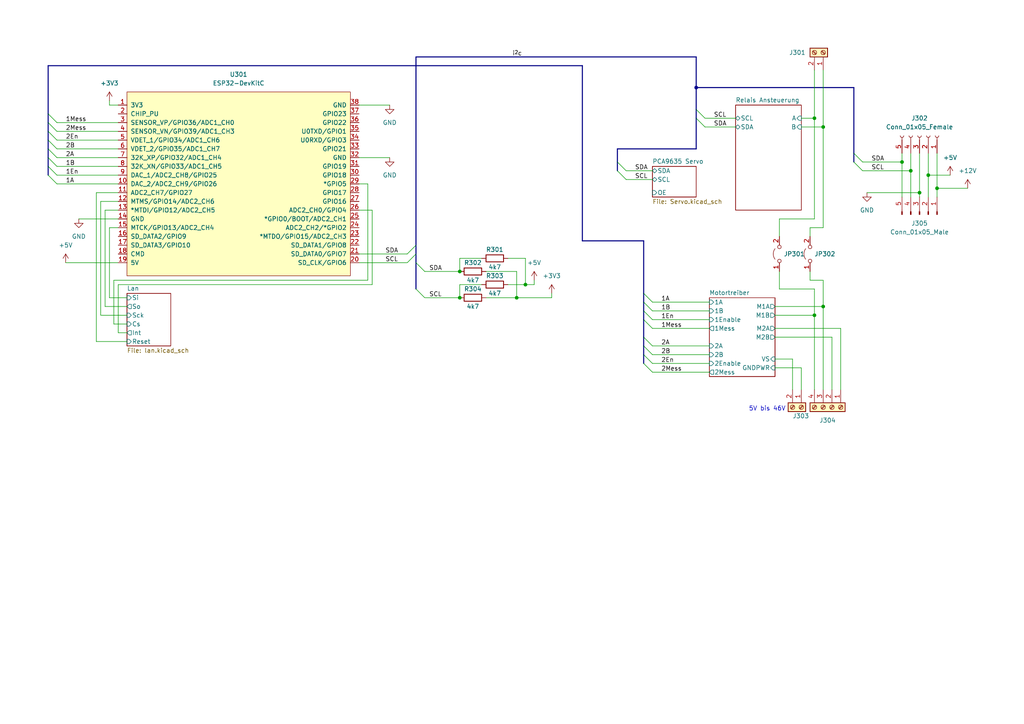
<source format=kicad_sch>
(kicad_sch (version 20211123) (generator eeschema)
  (paper "A4")
  (title_block (date "2022-03-14") (company "makerspace Bocholt"))
  (lib_symbols
    (symbol "Connector:Conn_01x05_Female" (pin_names (offset 1.016) hide)
      (property "Reference" "J" (at 0 7.62 0))
      (property "Value" "Conn_01x05_Female" (at 0 -7.62 0))
      (symbol "Conn_01x05_Female_1_1"
        (arc (start 0 -4.572) (mid -0.508 -5.08) (end 0 -5.588) (stroke (width 0.1524)))
        (arc (start 0 -2.032) (mid -0.508 -2.54) (end 0 -3.048) (stroke (width 0.1524)))
        (polyline (pts (xy -1.27 -5.08) (xy -0.508 -5.08)) (stroke (width 0.1524)))
        (polyline (pts (xy -1.27 -2.54) (xy -0.508 -2.54)) (stroke (width 0.1524)))
        (polyline (pts (xy -1.27 0) (xy -0.508 0)) (stroke (width 0.1524)))
        (polyline (pts (xy -1.27 2.54) (xy -0.508 2.54)) (stroke (width 0.1524)))
        (polyline (pts (xy -1.27 5.08) (xy -0.508 5.08)) (stroke (width 0.1524)))
        (arc (start 0 0.508) (mid -0.508 0) (end 0 -0.508) (stroke (width 0.1524)))
        (arc (start 0 3.048) (mid -0.508 2.54) (end 0 2.032) (stroke (width 0.1524)))
        (arc (start 0 5.588) (mid -0.508 5.08) (end 0 4.572) (stroke (width 0.1524)))
        (pin passive line (at -5.08 5.08 0) (length 3.81) (name "Pin_1") (number "1"))
        (pin passive line (at -5.08 2.54 0) (length 3.81) (name "Pin_2") (number "2"))
        (pin passive line (at -5.08 0 0) (length 3.81) (name "Pin_3") (number "3"))
        (pin passive line (at -5.08 -2.54 0) (length 3.81) (name "Pin_4") (number "4"))
        (pin passive line (at -5.08 -5.08 0) (length 3.81) (name "Pin_5") (number "5"))
      )
    )
    (symbol "Connector:Conn_01x05_Male" (pin_names (offset 1.016) hide)
      (property "Reference" "J" (at 0 7.62 0))
      (property "Value" "Conn_01x05_Male" (at 0 -7.62 0))
      (symbol "Conn_01x05_Male_1_1"
        (polyline (pts (xy 1.27 -5.08) (xy 0.8636 -5.08)) (stroke (width 0.1524)))
        (polyline (pts (xy 1.27 -2.54) (xy 0.8636 -2.54)) (stroke (width 0.1524)))
        (polyline (pts (xy 1.27 0) (xy 0.8636 0)) (stroke (width 0.1524)))
        (polyline (pts (xy 1.27 2.54) (xy 0.8636 2.54)) (stroke (width 0.1524)))
        (polyline (pts (xy 1.27 5.08) (xy 0.8636 5.08)) (stroke (width 0.1524)))
        (rectangle (start 0.8636 -4.953) (end 0 -5.207) (stroke (width 0.1524)) (fill (type outline)))
        (rectangle (start 0.8636 -2.413) (end 0 -2.667) (stroke (width 0.1524)) (fill (type outline)))
        (rectangle (start 0.8636 0.127) (end 0 -0.127) (stroke (width 0.1524)) (fill (type outline)))
        (rectangle (start 0.8636 2.667) (end 0 2.413) (stroke (width 0.1524)) (fill (type outline)))
        (rectangle (start 0.8636 5.207) (end 0 4.953) (stroke (width 0.1524)) (fill (type outline)))
        (pin passive line (at 5.08 5.08 180) (length 3.81) (name "Pin_1") (number "1"))
        (pin passive line (at 5.08 2.54 180) (length 3.81) (name "Pin_2") (number "2"))
        (pin passive line (at 5.08 0 180) (length 3.81) (name "Pin_3") (number "3"))
        (pin passive line (at 5.08 -2.54 180) (length 3.81) (name "Pin_4") (number "4"))
        (pin passive line (at 5.08 -5.08 180) (length 3.81) (name "Pin_5") (number "5"))
      )
    )
    (symbol "Connector:Screw_Terminal_01x02" (pin_names (offset 1.016) hide)
      (property "Reference" "J" (at 0 2.54 0))
      (property "Value" "Screw_Terminal_01x02" (at 0 -5.08 0))
      (symbol "Screw_Terminal_01x02_1_1"
        (rectangle (start -1.27 1.27) (end 1.27 -3.81) (stroke (width 0.254)) (fill (type background)))
        (circle (center 0 -2.54) (radius 0.635) (stroke (width 0.1524)))
        (polyline (pts (xy -0.5334 -2.2098) (xy 0.3302 -3.048)) (stroke (width 0.1524)))
        (polyline (pts (xy -0.5334 0.3302) (xy 0.3302 -0.508)) (stroke (width 0.1524)))
        (polyline (pts (xy -0.3556 -2.032) (xy 0.508 -2.8702)) (stroke (width 0.1524)))
        (polyline (pts (xy -0.3556 0.508) (xy 0.508 -0.3302)) (stroke (width 0.1524)))
        (circle (center 0 0) (radius 0.635) (stroke (width 0.1524)))
        (pin passive line (at -5.08 0 0) (length 3.81) (name "Pin_1") (number "1"))
        (pin passive line (at -5.08 -2.54 0) (length 3.81) (name "Pin_2") (number "2"))
      )
    )
    (symbol "Connector:Screw_Terminal_01x04" (pin_names (offset 1.016) hide)
      (property "Reference" "J" (at 0 5.08 0))
      (property "Value" "Screw_Terminal_01x04" (at 0 -7.62 0))
      (symbol "Screw_Terminal_01x04_1_1"
        (rectangle (start -1.27 3.81) (end 1.27 -6.35) (stroke (width 0.254)) (fill (type background)))
        (circle (center 0 -5.08) (radius 0.635) (stroke (width 0.1524)))
        (circle (center 0 -2.54) (radius 0.635) (stroke (width 0.1524)))
        (polyline (pts (xy -0.5334 -4.7498) (xy 0.3302 -5.588)) (stroke (width 0.1524)))
        (polyline (pts (xy -0.5334 -2.2098) (xy 0.3302 -3.048)) (stroke (width 0.1524)))
        (polyline (pts (xy -0.5334 0.3302) (xy 0.3302 -0.508)) (stroke (width 0.1524)))
        (polyline (pts (xy -0.5334 2.8702) (xy 0.3302 2.032)) (stroke (width 0.1524)))
        (polyline (pts (xy -0.3556 -4.572) (xy 0.508 -5.4102)) (stroke (width 0.1524)))
        (polyline (pts (xy -0.3556 -2.032) (xy 0.508 -2.8702)) (stroke (width 0.1524)))
        (polyline (pts (xy -0.3556 0.508) (xy 0.508 -0.3302)) (stroke (width 0.1524)))
        (polyline (pts (xy -0.3556 3.048) (xy 0.508 2.2098)) (stroke (width 0.1524)))
        (circle (center 0 0) (radius 0.635) (stroke (width 0.1524)))
        (circle (center 0 2.54) (radius 0.635) (stroke (width 0.1524)))
        (pin passive line (at -5.08 2.54 0) (length 3.81) (name "Pin_1") (number "1"))
        (pin passive line (at -5.08 0 0) (length 3.81) (name "Pin_2") (number "2"))
        (pin passive line (at -5.08 -2.54 0) (length 3.81) (name "Pin_3") (number "3"))
        (pin passive line (at -5.08 -5.08 0) (length 3.81) (name "Pin_4") (number "4"))
      )
    )
    (symbol "Device:R" (pin_numbers hide) (pin_names (offset 0))
      (property "Reference" "R" (at 2.032 0 90))
      (property "Value" "R" (at 0 0 90))
      (symbol "R_0_1"
        (rectangle (start -1.016 -2.54) (end 1.016 2.54) (stroke (width 0.254)))
      )
      (symbol "R_1_1"
        (pin passive line (at 0 3.81 270) (length 1.27) (name "~") (number "1"))
        (pin passive line (at 0 -3.81 90) (length 1.27) (name "~") (number "2"))
      )
    )
    (symbol "Espressif:ESP32-DevKitC" (pin_names (offset 1.016))
      (property "Reference" "U" (at -8.89 26.67 0))
      (property "Value" "ESP32-DevKitC" (at 0 -29.21 0))
      (symbol "ESP32-DevKitC_0_0"
        (pin power_in line (at -33.02 -11.43 0) (length 2.54) (name "GND") (number "14"))
        (pin power_in line (at -33.02 -24.13 0) (length 2.54) (name "5V") (number "19"))
      )
      (symbol "ESP32-DevKitC_0_1"
        (rectangle (start -30.48 25.4) (end 34.29 -27.94) (fill (type background)))
      )
      (symbol "ESP32-DevKitC_1_1"
        (pin power_in line (at -33.02 21.59 0) (length 2.54) (name "3V3") (number "1"))
        (pin bidirectional line (at -33.02 -1.27 0) (length 2.54) (name "DAC_2/ADC2_CH9/GPIO26") (number "10"))
        (pin bidirectional line (at -33.02 -3.81 0) (length 2.54) (name "ADC2_CH7/GPIO27") (number "11"))
        (pin bidirectional line (at -33.02 -6.35 0) (length 2.54) (name "MTMS/GPIO14/ADC2_CH6") (number "12"))
        (pin bidirectional line (at -33.02 -8.89 0) (length 2.54) (name "*MTDI/GPIO12/ADC2_CH5") (number "13"))
        (pin bidirectional line (at -33.02 -13.97 0) (length 2.54) (name "MTCK/GPIO13/ADC2_CH4") (number "15"))
        (pin bidirectional line (at -33.02 -16.51 0) (length 2.54) (name "SD_DATA2/GPIO9") (number "16"))
        (pin bidirectional line (at -33.02 -19.05 0) (length 2.54) (name "SD_DATA3/GPIO10") (number "17"))
        (pin bidirectional line (at -33.02 -21.59 0) (length 2.54) (name "CMD") (number "18"))
        (pin input line (at -33.02 19.05 0) (length 2.54) (name "CHIP_PU") (number "2"))
        (pin bidirectional line (at 36.83 -24.13 180) (length 2.54) (name "SD_CLK/GPIO6") (number "20"))
        (pin bidirectional line (at 36.83 -21.59 180) (length 2.54) (name "SD_DATA0/GPIO7") (number "21"))
        (pin bidirectional line (at 36.83 -19.05 180) (length 2.54) (name "SD_DATA1/GPIO8") (number "22"))
        (pin bidirectional line (at 36.83 -16.51 180) (length 2.54) (name "*MTDO/GPIO15/ADC2_CH3") (number "23"))
        (pin bidirectional line (at 36.83 -13.97 180) (length 2.54) (name "ADC2_CH2/*GPIO2") (number "24"))
        (pin bidirectional line (at 36.83 -11.43 180) (length 2.54) (name "*GPIO0/BOOT/ADC2_CH1") (number "25"))
        (pin bidirectional line (at 36.83 -8.89 180) (length 2.54) (name "ADC2_CH0/GPIO4") (number "26"))
        (pin bidirectional line (at 36.83 -6.35 180) (length 2.54) (name "GPIO16") (number "27"))
        (pin bidirectional line (at 36.83 -3.81 180) (length 2.54) (name "GPIO17") (number "28"))
        (pin bidirectional line (at 36.83 -1.27 180) (length 2.54) (name "*GPIO5") (number "29"))
        (pin input line (at -33.02 16.51 0) (length 2.54) (name "SENSOR_VP/GPIO36/ADC1_CH0") (number "3"))
        (pin bidirectional line (at 36.83 1.27 180) (length 2.54) (name "GPIO18") (number "30"))
        (pin bidirectional line (at 36.83 3.81 180) (length 2.54) (name "GPIO19") (number "31"))
        (pin power_in line (at 36.83 6.35 180) (length 2.54) (name "GND") (number "32"))
        (pin bidirectional line (at 36.83 8.89 180) (length 2.54) (name "GPIO21") (number "33"))
        (pin bidirectional line (at 36.83 11.43 180) (length 2.54) (name "U0RXD/GPIO3") (number "34"))
        (pin bidirectional line (at 36.83 13.97 180) (length 2.54) (name "U0TXD/GPIO1") (number "35"))
        (pin bidirectional line (at 36.83 16.51 180) (length 2.54) (name "GPIO22") (number "36"))
        (pin bidirectional line (at 36.83 19.05 180) (length 2.54) (name "GPIO23") (number "37"))
        (pin power_in line (at 36.83 21.59 180) (length 2.54) (name "GND") (number "38"))
        (pin input line (at -33.02 13.97 0) (length 2.54) (name "SENSOR_VN/GPIO39/ADC1_CH3") (number "4"))
        (pin input line (at -33.02 11.43 0) (length 2.54) (name "VDET_1/GPIO34/ADC1_CH6") (number "5"))
        (pin input line (at -33.02 8.89 0) (length 2.54) (name "VDET_2/GPIO35/ADC1_CH7") (number "6"))
        (pin bidirectional line (at -33.02 6.35 0) (length 2.54) (name "32K_XP/GPIO32/ADC1_CH4") (number "7"))
        (pin bidirectional line (at -33.02 3.81 0) (length 2.54) (name "32K_XN/GPIO33/ADC1_CH5") (number "8"))
        (pin bidirectional line (at -33.02 1.27 0) (length 2.54) (name "DAC_1/ADC2_CH8/GPIO25") (number "9"))
      )
    )
    (symbol "Jumper:Jumper_2_Open" (pin_names (offset 0) hide)
      (property "Reference" "JP" (at 0 2.794 0))
      (property "Value" "Jumper_2_Open" (at 0 -2.286 0))
      (symbol "Jumper_2_Open_0_0"
        (circle (center -2.032 0) (radius 0.508))
        (circle (center 2.032 0) (radius 0.508))
      )
      (symbol "Jumper_2_Open_0_1"
        (arc (start 1.524 1.27) (mid 0 1.778) (end -1.524 1.27))
      )
      (symbol "Jumper_2_Open_1_1"
        (pin passive line (at -5.08 0 0) (length 2.54) (name "A") (number "1"))
        (pin passive line (at 5.08 0 180) (length 2.54) (name "B") (number "2"))
      )
    )
    (symbol "power:+12V" (power) (pin_names (offset 0))
      (property "Value" "+12V" (at 0 3.556 0))
      (symbol "+12V_0_1"
        (polyline (pts (xy -0.762 1.27) (xy 0 2.54)))
        (polyline (pts (xy 0 0) (xy 0 2.54)))
        (polyline (pts (xy 0 2.54) (xy 0.762 1.27)))
      )
      (symbol "+12V_1_1"
        (pin power_in line (at 0 0 90) (length 0) hide (name "+12V") (number "1"))
      )
    )
    (symbol "power:+3.3V" (power) (pin_names (offset 0))
      (property "Value" "+3.3V" (at 0 3.556 0))
      (symbol "+3.3V_0_1"
        (polyline (pts (xy -0.762 1.27) (xy 0 2.54)))
        (polyline (pts (xy 0 0) (xy 0 2.54)))
        (polyline (pts (xy 0 2.54) (xy 0.762 1.27)))
      )
      (symbol "+3.3V_1_1"
        (pin power_in line (at 0 0 90) (length 0) hide (name "+3V3") (number "1"))
      )
    )
    (symbol "power:+5V" (power) (pin_names (offset 0))
      (property "Value" "+5V" (at 0 3.556 0))
      (symbol "+5V_0_1"
        (polyline (pts (xy -0.762 1.27) (xy 0 2.54)))
        (polyline (pts (xy 0 0) (xy 0 2.54)))
        (polyline (pts (xy 0 2.54) (xy 0.762 1.27)))
      )
      (symbol "+5V_1_1"
        (pin power_in line (at 0 0 90) (length 0) hide (name "+5V") (number "1"))
      )
    )
    (symbol "power:GND" (power) (pin_names (offset 0))
      (property "Value" "GND" (at 0 -3.81 0))
      (symbol "GND_0_1"
        (polyline (pts (xy 0 0) (xy 0 -1.27) (xy 1.27 -1.27) (xy 0 -2.54) (xy -1.27 -1.27) (xy 0 -1.27)))
      )
      (symbol "GND_1_1"
        (pin power_in line (at 0 0 270) (length 0) hide (name "GND") (number "1"))
      )
    )
  )
  (junction (at 238.76 88.9))
  (junction (at 264.16 49.53))
  (junction (at 238.76 36.83))
  (junction (at 271.78 54.61))
  (junction (at 236.22 91.44))
  (junction (at 149.86 86.36))
  (junction (at 266.7 55.88))
  (junction (at 201.93 25.4))
  (junction (at 261.62 46.99))
  (junction (at 133.35 78.74))
  (junction (at 236.22 34.29))
  (junction (at 152.4 82.55))
  (junction (at 269.24 50.8))
  (junction (at 133.35 86.36))
  (bus_entry (at 118.11 73.66) (size 2.54 -2.54))
  (bus_entry (at 118.11 76.2) (size 2.54 -2.54))
  (bus_entry (at 120.65 83.82) (size 2.54 2.54))
  (bus_entry (at 120.65 76.2) (size 2.54 2.54))
  (bus_entry (at 201.93 31.75) (size 2.54 2.54))
  (bus_entry (at 201.93 34.29) (size 2.54 2.54))
  (bus_entry (at 179.07 49.53) (size 2.54 2.54))
  (bus_entry (at 179.07 46.99) (size 2.54 2.54))
  (bus_entry (at 13.97 33.02) (size 2.54 2.54))
  (bus_entry (at 13.97 50.8) (size 2.54 2.54))
  (bus_entry (at 16.51 38.1) (size -2.54 -2.54))
  (bus_entry (at 16.51 40.64) (size -2.54 -2.54))
  (bus_entry (at 16.51 43.18) (size -2.54 -2.54))
  (bus_entry (at 16.51 45.72) (size -2.54 -2.54))
  (bus_entry (at 16.51 48.26) (size -2.54 -2.54))
  (bus_entry (at 16.51 50.8) (size -2.54 -2.54))
  (bus_entry (at 186.69 97.79) (size 2.54 2.54))
  (bus_entry (at 186.69 100.33) (size 2.54 2.54))
  (bus_entry (at 186.69 102.87) (size 2.54 2.54))
  (bus_entry (at 186.69 105.41) (size 2.54 2.54))
  (bus_entry (at 186.69 85.09) (size 2.54 2.54))
  (bus_entry (at 186.69 87.63) (size 2.54 2.54))
  (bus_entry (at 186.69 90.17) (size 2.54 2.54))
  (bus_entry (at 186.69 92.71) (size 2.54 2.54))
  (bus_entry (at 247.65 46.99) (size 2.54 2.54))
  (bus_entry (at 247.65 44.45) (size 2.54 2.54))
  (wire (pts (xy 236.22 20.32) (xy 236.22 34.29)))
  (wire (pts (xy 232.41 113.03) (xy 232.41 106.68)))
  (wire (pts (xy 34.29 82.55) (xy 34.29 96.52)))
  (bus (pts (xy 186.69 97.79) (xy 186.69 100.33)))
  (bus (pts (xy 168.91 69.85) (xy 168.91 19.05)))
  (wire (pts (xy 36.83 86.36) (xy 31.75 86.36)))
  (wire (pts (xy 36.83 91.44) (xy 29.21 91.44)))
  (wire (pts (xy 269.24 44.45) (xy 269.24 50.8)))
  (bus (pts (xy 120.65 73.66) (xy 120.65 76.2)))
  (bus (pts (xy 13.97 35.56) (xy 13.97 38.1)))
  (bus (pts (xy 179.07 46.99) (xy 179.07 49.53)))
  (wire (pts (xy 123.19 78.74) (xy 133.35 78.74)))
  (wire (pts (xy 152.4 82.55) (xy 154.94 82.55)))
  (wire (pts (xy 133.35 86.36) (xy 133.35 82.55)))
  (wire (pts (xy 224.79 97.79) (xy 241.3 97.79)))
  (bus (pts (xy 201.93 25.4) (xy 247.65 25.4)))
  (bus (pts (xy 13.97 43.18) (xy 13.97 45.72)))
  (wire (pts (xy 181.61 52.07) (xy 189.23 52.07)))
  (bus (pts (xy 186.69 102.87) (xy 186.69 105.41)))
  (wire (pts (xy 238.76 81.28) (xy 238.76 88.9)))
  (wire (pts (xy 133.35 74.93) (xy 139.7 74.93)))
  (wire (pts (xy 31.75 66.04) (xy 34.29 66.04)))
  (wire (pts (xy 27.94 55.88) (xy 34.29 55.88)))
  (wire (pts (xy 30.48 60.96) (xy 30.48 88.9)))
  (wire (pts (xy 238.76 88.9) (xy 238.76 113.03)))
  (wire (pts (xy 236.22 83.82) (xy 236.22 91.44)))
  (bus (pts (xy 179.07 43.18) (xy 179.07 46.99)))
  (wire (pts (xy 31.75 66.04) (xy 31.75 86.36)))
  (bus (pts (xy 13.97 33.02) (xy 13.97 35.56)))
  (bus (pts (xy 120.65 76.2) (xy 120.65 83.82)))
  (wire (pts (xy 264.16 49.53) (xy 264.16 57.15)))
  (wire (pts (xy 133.35 78.74) (xy 133.35 74.93)))
  (wire (pts (xy 189.23 92.71) (xy 205.74 92.71)))
  (wire (pts (xy 189.23 90.17) (xy 205.74 90.17)))
  (wire (pts (xy 104.14 45.72) (xy 113.03 45.72)))
  (wire (pts (xy 149.86 86.36) (xy 160.02 86.36)))
  (wire (pts (xy 104.14 60.96) (xy 107.95 60.96)))
  (wire (pts (xy 133.35 82.55) (xy 139.7 82.55)))
  (wire (pts (xy 16.51 53.34) (xy 34.29 53.34)))
  (bus (pts (xy 168.91 19.05) (xy 13.97 19.05)))
  (wire (pts (xy 224.79 88.9) (xy 238.76 88.9)))
  (wire (pts (xy 31.75 29.21) (xy 31.75 30.48)))
  (wire (pts (xy 261.62 46.99) (xy 261.62 57.15)))
  (wire (pts (xy 30.48 60.96) (xy 34.29 60.96)))
  (wire (pts (xy 236.22 91.44) (xy 236.22 113.03)))
  (wire (pts (xy 16.51 40.64) (xy 34.29 40.64)))
  (wire (pts (xy 226.06 78.74) (xy 226.06 83.82)))
  (wire (pts (xy 16.51 50.8) (xy 34.29 50.8)))
  (bus (pts (xy 186.69 100.33) (xy 186.69 102.87)))
  (wire (pts (xy 154.94 81.28) (xy 154.94 82.55)))
  (wire (pts (xy 250.19 49.53) (xy 264.16 49.53)))
  (wire (pts (xy 189.23 102.87) (xy 205.74 102.87)))
  (wire (pts (xy 19.05 76.2) (xy 34.29 76.2)))
  (wire (pts (xy 229.87 113.03) (xy 229.87 104.14)))
  (bus (pts (xy 120.65 71.12) (xy 120.65 73.66)))
  (bus (pts (xy 247.65 25.4) (xy 247.65 44.45)))
  (wire (pts (xy 16.51 43.18) (xy 34.29 43.18)))
  (bus (pts (xy 13.97 40.64) (xy 13.97 43.18)))
  (wire (pts (xy 271.78 54.61) (xy 280.67 54.61)))
  (wire (pts (xy 251.46 55.88) (xy 266.7 55.88)))
  (wire (pts (xy 224.79 95.25) (xy 243.84 95.25)))
  (bus (pts (xy 186.69 69.85) (xy 168.91 69.85)))
  (wire (pts (xy 238.76 20.32) (xy 238.76 36.83)))
  (wire (pts (xy 33.02 93.98) (xy 36.83 93.98)))
  (wire (pts (xy 271.78 44.45) (xy 271.78 54.61)))
  (wire (pts (xy 152.4 82.55) (xy 152.4 74.93)))
  (wire (pts (xy 104.14 53.34) (xy 106.68 53.34)))
  (wire (pts (xy 189.23 100.33) (xy 205.74 100.33)))
  (wire (pts (xy 266.7 55.88) (xy 266.7 57.15)))
  (wire (pts (xy 232.41 36.83) (xy 238.76 36.83)))
  (wire (pts (xy 33.02 81.28) (xy 33.02 93.98)))
  (bus (pts (xy 247.65 44.45) (xy 247.65 46.99)))
  (wire (pts (xy 31.75 30.48) (xy 34.29 30.48)))
  (wire (pts (xy 234.95 78.74) (xy 234.95 81.28)))
  (wire (pts (xy 189.23 107.95) (xy 205.74 107.95)))
  (wire (pts (xy 104.14 30.48) (xy 113.03 30.48)))
  (bus (pts (xy 201.93 34.29) (xy 201.93 43.18)))
  (wire (pts (xy 29.21 58.42) (xy 34.29 58.42)))
  (wire (pts (xy 234.95 66.04) (xy 234.95 68.58)))
  (bus (pts (xy 120.65 16.51) (xy 120.65 71.12)))
  (wire (pts (xy 269.24 50.8) (xy 269.24 57.15)))
  (wire (pts (xy 264.16 44.45) (xy 264.16 49.53)))
  (wire (pts (xy 238.76 36.83) (xy 238.76 66.04)))
  (wire (pts (xy 189.23 95.25) (xy 205.74 95.25)))
  (bus (pts (xy 186.69 87.63) (xy 186.69 90.17)))
  (wire (pts (xy 36.83 99.06) (xy 27.94 99.06)))
  (wire (pts (xy 107.95 82.55) (xy 34.29 82.55)))
  (wire (pts (xy 269.24 50.8) (xy 275.59 50.8)))
  (wire (pts (xy 266.7 44.45) (xy 266.7 55.88)))
  (wire (pts (xy 271.78 54.61) (xy 271.78 57.15)))
  (wire (pts (xy 16.51 35.56) (xy 34.29 35.56)))
  (wire (pts (xy 261.62 44.45) (xy 261.62 46.99)))
  (bus (pts (xy 13.97 45.72) (xy 13.97 48.26)))
  (bus (pts (xy 201.93 43.18) (xy 179.07 43.18)))
  (wire (pts (xy 204.47 36.83) (xy 213.36 36.83)))
  (wire (pts (xy 250.19 46.99) (xy 261.62 46.99)))
  (wire (pts (xy 34.29 96.52) (xy 36.83 96.52)))
  (wire (pts (xy 16.51 48.26) (xy 34.29 48.26)))
  (wire (pts (xy 147.32 74.93) (xy 152.4 74.93)))
  (bus (pts (xy 13.97 48.26) (xy 13.97 50.8)))
  (wire (pts (xy 104.14 76.2) (xy 118.11 76.2)))
  (wire (pts (xy 104.14 73.66) (xy 118.11 73.66)))
  (wire (pts (xy 229.87 104.14) (xy 224.79 104.14)))
  (bus (pts (xy 120.65 16.51) (xy 201.93 16.51)))
  (wire (pts (xy 181.61 49.53) (xy 189.23 49.53)))
  (bus (pts (xy 13.97 19.05) (xy 13.97 33.02)))
  (wire (pts (xy 27.94 99.06) (xy 27.94 55.88)))
  (wire (pts (xy 226.06 83.82) (xy 236.22 83.82)))
  (wire (pts (xy 189.23 105.41) (xy 205.74 105.41)))
  (wire (pts (xy 29.21 91.44) (xy 29.21 58.42)))
  (wire (pts (xy 226.06 63.5) (xy 226.06 68.58)))
  (wire (pts (xy 232.41 106.68) (xy 224.79 106.68)))
  (wire (pts (xy 238.76 66.04) (xy 234.95 66.04)))
  (wire (pts (xy 234.95 81.28) (xy 238.76 81.28)))
  (wire (pts (xy 232.41 34.29) (xy 236.22 34.29)))
  (bus (pts (xy 186.69 85.09) (xy 186.69 87.63)))
  (wire (pts (xy 140.97 86.36) (xy 149.86 86.36)))
  (wire (pts (xy 16.51 45.72) (xy 34.29 45.72)))
  (bus (pts (xy 201.93 25.4) (xy 201.93 31.75)))
  (bus (pts (xy 186.69 90.17) (xy 186.69 92.71)))
  (wire (pts (xy 149.86 78.74) (xy 149.86 86.36)))
  (bus (pts (xy 201.93 16.51) (xy 201.93 25.4)))
  (wire (pts (xy 224.79 91.44) (xy 236.22 91.44)))
  (wire (pts (xy 123.19 86.36) (xy 133.35 86.36)))
  (wire (pts (xy 36.83 88.9) (xy 30.48 88.9)))
  (wire (pts (xy 241.3 97.79) (xy 241.3 113.03)))
  (bus (pts (xy 186.69 92.71) (xy 186.69 97.79)))
  (wire (pts (xy 16.51 38.1) (xy 34.29 38.1)))
  (wire (pts (xy 160.02 85.09) (xy 160.02 86.36)))
  (wire (pts (xy 22.86 63.5) (xy 34.29 63.5)))
  (wire (pts (xy 189.23 87.63) (xy 205.74 87.63)))
  (wire (pts (xy 140.97 78.74) (xy 149.86 78.74)))
  (bus (pts (xy 186.69 69.85) (xy 186.69 85.09)))
  (wire (pts (xy 243.84 95.25) (xy 243.84 113.03)))
  (wire (pts (xy 107.95 60.96) (xy 107.95 82.55)))
  (wire (pts (xy 236.22 34.29) (xy 236.22 63.5)))
  (wire (pts (xy 106.68 53.34) (xy 106.68 81.28)))
  (wire (pts (xy 106.68 81.28) (xy 33.02 81.28)))
  (wire (pts (xy 147.32 82.55) (xy 152.4 82.55)))
  (wire (pts (xy 204.47 34.29) (xy 213.36 34.29)))
  (bus (pts (xy 13.97 38.1) (xy 13.97 40.64)))
  (wire (pts (xy 236.22 63.5) (xy 226.06 63.5)))
  (bus (pts (xy 201.93 34.29) (xy 201.93 31.75)))
  (text "5V bis 46V" (at 217.17 119.38 0) (effects (font (size 1.27 1.27)) (justify left bottom)))
  (label "2A" (at 19.05 45.72 0))
  (label "1A" (at 19.05 53.34 0))
  (label "SDA" (at 111.76 73.66 0))
  (label "SDA" (at 207.01 36.83 0))
  (label "2Mess" (at 19.05 38.1 0))
  (label "SCL" (at 184.15 52.07 0))
  (label "1B" (at 19.05 48.26 0))
  (label "SDA" (at 184.15 49.53 0))
  (label "2A" (at 191.77 100.33 0))
  (label "1En" (at 19.05 50.8 0))
  (label "SCL" (at 124.46 86.36 0))
  (label "2Mess" (at 191.77 107.95 0))
  (label "2B" (at 191.77 102.87 0))
  (label "1Mess" (at 19.05 35.56 0))
  (label "i^{2}c" (at 148.59 16.51 0))
  (label "2B" (at 19.05 43.18 0))
  (label "2En" (at 19.05 40.64 0))
  (label "2En" (at 191.77 105.41 0))
  (label "SDA" (at 124.46 78.74 0))
  (label "1Mess" (at 191.77 95.25 0))
  (label "1En" (at 191.77 92.71 0))
  (label "SCL" (at 111.76 76.2 0))
  (label "SDA" (at 252.73 46.99 0))
  (label "1A" (at 191.77 87.63 0))
  (label "SCL" (at 252.73 49.53 0))
  (label "1B" (at 191.77 90.17 0))
  (label "SCL" (at 207.01 34.29 0))
  (symbol (lib_id "Device:R") (at 137.16 78.74 90) (unit 1)
    (property "Reference" "R302" (at 137.16 76.2 90))
    (property "Value" "4k7" (at 137.16 81.28 90))
    (property "Footprint" "Resistor_THT:R_Axial_DIN0207_L6.3mm_D2.5mm_P2.54mm_Vertical" (effects hide))
  )
  (symbol (lib_id "power:GND") (at 113.03 30.48 0) (unit 1)
    (property "Reference" "#PWR0107" (effects hide))
    (property "Value" "GND" (at 113.03 35.56 0))
  )
  (symbol (lib_id "Connector:Screw_Terminal_01x04") (at 241.3 118.11 270) (unit 1)
    (property "Reference" "J304" (at 240.03 121.92 90))
    (property "Value" "Screw_Terminal_01x04" (effects hide))
    (property "Footprint" "TerminalBlock_Phoenix:TerminalBlock_Phoenix_MKDS-1,5-4-5.08_1x04_P5.08mm_Horizontal" (effects hide))
  )
  (symbol (lib_id "Device:R") (at 143.51 82.55 90) (unit 1)
    (property "Reference" "R303" (at 143.51 80.01 90))
    (property "Value" "4k7" (at 143.51 85.09 90))
    (property "Footprint" "Resistor_THT:R_Axial_DIN0207_L6.3mm_D2.5mm_P2.54mm_Vertical" (effects hide))
  )
  (symbol (lib_id "Device:R") (at 137.16 86.36 90) (unit 1)
    (property "Reference" "R304" (at 137.16 83.82 90))
    (property "Value" "4k7" (at 137.16 88.9 90))
    (property "Footprint" "Resistor_THT:R_Axial_DIN0207_L6.3mm_D2.5mm_P2.54mm_Vertical" (effects hide))
  )
  (symbol (lib_id "power:GND") (at 251.46 55.88 0) (unit 1)
    (property "Reference" "#PWR0302" (effects hide))
    (property "Value" "GND" (at 251.46 60.96 0))
  )
  (symbol (lib_id "Connector:Screw_Terminal_01x02") (at 232.41 118.11 270) (unit 1)
    (property "Reference" "J303" (at 229.87 120.65 90) (effects (justify left)))
    (property "Value" "Screw_Terminal_01x02" (effects hide))
    (property "Footprint" "TerminalBlock_Phoenix:TerminalBlock_Phoenix_MKDS-1,5-2-5.08_1x02_P5.08mm_Horizontal" (effects hide))
  )
  (symbol (lib_id "power:+3.3V") (at 160.02 85.09 0) (unit 1)
    (property "Reference" "#PWR0306" (effects hide))
    (property "Value" "+3.3V" (at 160.02 80.01 0))
  )
  (symbol (lib_id "Espressif:ESP32-DevKitC") (at 67.31 52.07 0) (unit 1)
    (property "Reference" "U301" (at 69.215 21.59 0))
    (property "Value" "ESP32-DevKitC" (at 69.215 24.13 0))
    (property "Footprint" "Espressif:ESP32-DevKitC" (effects hide))
    (property "Datasheet" "https://docs.espressif.com/projects/esp-idf/zh_CN/latest/esp32/hw-reference/esp32/get-started-devkitc.html" (effects hide))
  )
  (symbol (lib_id "Jumper:Jumper_2_Open") (at 234.95 73.66 90) (unit 1)
    (property "Reference" "JP302" (at 236.22 73.6599 90) (effects (justify right)))
    (property "Value" "Jumper_2_Open" (effects hide))
    (property "Footprint" "Resistor_THT:R_Axial_DIN0207_L6.3mm_D2.5mm_P10.16mm_Horizontal" (effects hide))
  )
  (symbol (lib_id "Jumper:Jumper_2_Open") (at 226.06 73.66 90) (unit 1)
    (property "Reference" "JP301" (at 227.33 73.6599 90) (effects (justify right)))
    (property "Value" "Jumper_2_Open" (effects hide))
    (property "Footprint" "Resistor_THT:R_Axial_DIN0207_L6.3mm_D2.5mm_P10.16mm_Horizontal" (effects hide))
  )
  (symbol (lib_id "power:+12V") (at 280.67 54.61 0) (unit 1)
    (property "Reference" "#PWR0304" (effects hide))
    (property "Value" "+12V" (at 280.67 49.53 0))
  )
  (symbol (lib_id "power:GND") (at 113.03 45.72 0) (unit 1)
    (property "Reference" "#PWR0106" (effects hide))
    (property "Value" "GND" (at 113.03 50.8 0))
  )
  (symbol (lib_id "power:+5V") (at 19.05 76.2 0) (unit 1)
    (property "Reference" "#PWR0103" (effects hide))
    (property "Value" "+5V" (at 19.05 71.12 0))
  )
  (symbol (lib_id "Connector:Screw_Terminal_01x02") (at 238.76 15.24 270) (mirror x) (unit 1)
    (property "Reference" "J301" (at 233.68 15.2399 90) (effects (justify right)))
    (property "Value" "Screw_Terminal_01x02" (effects hide))
    (property "Footprint" "TerminalBlock_Phoenix:TerminalBlock_Phoenix_MKDS-1,5-2-5.08_1x02_P5.08mm_Horizontal" (effects hide))
  )
  (symbol (lib_id "Connector:Conn_01x05_Male") (at 266.7 62.23 270) (mirror x) (unit 1)
    (property "Reference" "J305" (at 266.7 64.77 90))
    (property "Value" "Conn_01x05_Male" (at 266.7 67.31 90))
    (property "Footprint" "Connector_PinHeader_2.54mm:PinHeader_1x05_P2.54mm_Horizontal" (effects hide))
  )
  (symbol (lib_id "power:GND") (at 22.86 63.5 0) (unit 1)
    (property "Reference" "#PWR0105" (effects hide))
    (property "Value" "GND" (at 22.86 68.58 0))
  )
  (symbol (lib_id "power:+5V") (at 154.94 81.28 0) (unit 1)
    (property "Reference" "#PWR0305" (effects hide))
    (property "Value" "+5V" (at 154.94 76.2 0))
  )
  (symbol (lib_id "power:+5V") (at 275.59 50.8 0) (unit 1)
    (property "Reference" "#PWR0303" (effects hide))
    (property "Value" "+5V" (at 275.59 45.72 0))
  )
  (symbol (lib_id "Connector:Conn_01x05_Female") (at 266.7 39.37 270) (mirror x) (unit 1)
    (property "Reference" "J302" (at 266.7 34.29 90))
    (property "Value" "Conn_01x05_Female" (at 266.7 36.83 90))
    (property "Footprint" "Connector_PinSocket_2.54mm:PinSocket_1x05_P2.54mm_Horizontal" (effects hide))
  )
  (symbol (lib_id "power:+3.3V") (at 31.75 29.21 0) (unit 1)
    (property "Reference" "#PWR0301" (effects hide))
    (property "Value" "+3.3V" (at 31.75 24.13 0))
  )
  (symbol (lib_id "Device:R") (at 143.51 74.93 90) (unit 1)
    (property "Reference" "R301" (at 143.51 72.39 90))
    (property "Value" "4k7" (at 143.51 77.47 90))
    (property "Footprint" "Resistor_THT:R_Axial_DIN0207_L6.3mm_D2.5mm_P2.54mm_Vertical" (effects hide))
  )
  (sheet (at 205.74 86.36) (size 19.05 22.86) (stroke (width 0.1524))
    (property "Sheet name" "Motortreiber" (at 205.74 85.6484 0) (effects (justify left bottom)))
    (property "Sheet file" "motortreiber.kicad_sch" (effects hide))
    (pin "M1B" output (at 224.79 91.44 0))
    (pin "M1A" output (at 224.79 88.9 0))
    (pin "M2B" output (at 224.79 97.79 0))
    (pin "M2A" output (at 224.79 95.25 0))
    (pin "1Enable" input (at 205.74 92.71 180))
    (pin "1B" input (at 205.74 90.17 180))
    (pin "1A" input (at 205.74 87.63 180))
    (pin "2Enable" input (at 205.74 105.41 180))
    (pin "2A" input (at 205.74 100.33 180))
    (pin "2B" input (at 205.74 102.87 180))
    (pin "2Mess" output (at 205.74 107.95 180))
    (pin "1Mess" output (at 205.74 95.25 180))
    (pin "VS" input (at 224.79 104.14 0))
    (pin "GNDPWR" input (at 224.79 106.68 0))
  )
  (sheet (at 189.23 48.26) (size 12.7 8.89) (stroke (width 0.1524))
    (property "Sheet name" "PCA9635 Servo" (at 189.23 47.5484 0) (effects (justify left bottom)))
    (property "Sheet file" "Servo.kicad_sch" (at 189.23 57.7346 0) (effects (justify left top)))
    (pin "OE" input (at 189.23 55.88 180))
    (pin "SDA" bidirectional (at 189.23 49.53 180))
    (pin "SCL" bidirectional (at 189.23 52.07 180))
  )
  (sheet (at 36.83 85.09) (size 12.7 15.24) (stroke (width 0.1524))
    (property "Sheet name" "Lan" (at 36.83 84.3784 0) (effects (justify left bottom)))
    (property "Sheet file" "lan.kicad_sch" (at 36.83 100.9146 0) (effects (justify left top)))
    (pin "Si" input (at 36.83 86.36 180))
    (pin "So" output (at 36.83 88.9 180))
    (pin "Sck" input (at 36.83 91.44 180))
    (pin "Cs" input (at 36.83 93.98 180))
    (pin "Int" output (at 36.83 96.52 180))
    (pin "Reset" input (at 36.83 99.06 180))
  )
  (sheet (at 213.36 30.48) (size 19.05 30.48) (stroke (width 0.1524))
    (property "Sheet name" "Relais Ansteuerung" (at 213.36 29.7684 0) (effects (justify left bottom)))
    (property "Sheet file" "RelaisAnsteuerung.kicad_sch" (effects hide))
    (pin "SDA" bidirectional (at 213.36 36.83 180))
    (pin "A" input (at 232.41 34.29 0))
    (pin "B" input (at 232.41 36.83 0))
    (pin "SCL" bidirectional (at 213.36 34.29 180))
  )
)
</source>
